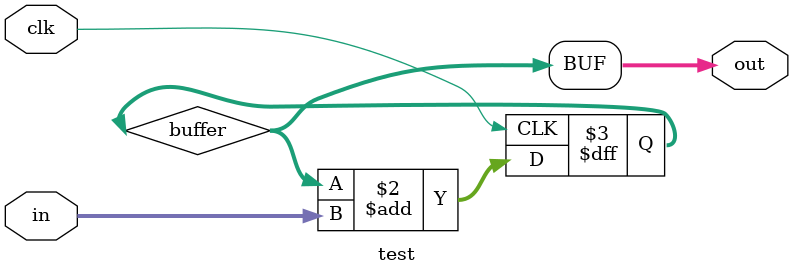
<source format=v>
module test(
	clk,
	in,
	out
);

input clk;
input  [7:0] in;
output [7:0] out;

reg [7:0] buffer;

always @ (posedge clk) begin
	buffer <= buffer + in;
end

assign out = buffer;

endmodule

</source>
